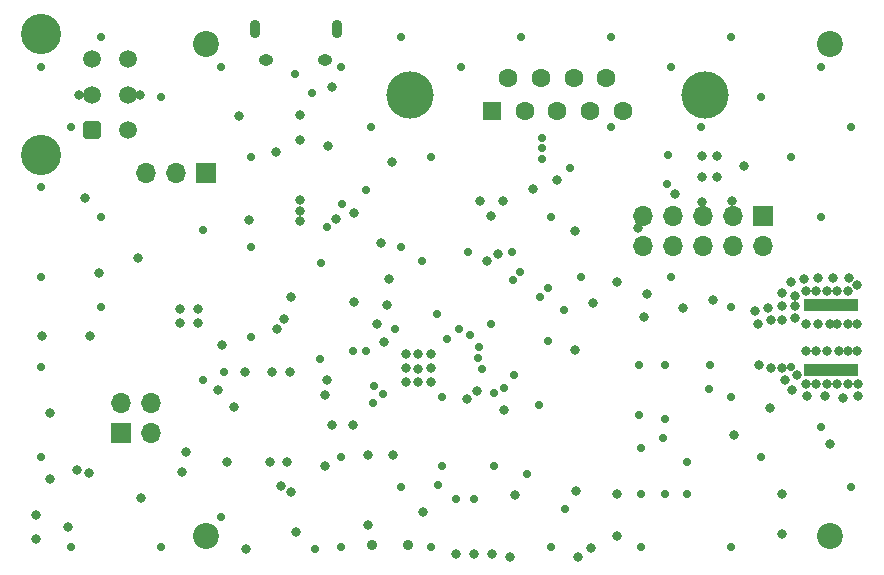
<source format=gbr>
%TF.GenerationSoftware,KiCad,Pcbnew,7.0.6*%
%TF.CreationDate,2023-10-09T12:22:11-06:00*%
%TF.ProjectId,CAN-USB RF Module,43414e2d-5553-4422-9052-46204d6f6475,2.0*%
%TF.SameCoordinates,Original*%
%TF.FileFunction,Soldermask,Bot*%
%TF.FilePolarity,Negative*%
%FSLAX46Y46*%
G04 Gerber Fmt 4.6, Leading zero omitted, Abs format (unit mm)*
G04 Created by KiCad (PCBNEW 7.0.6) date 2023-10-09 12:22:11*
%MOMM*%
%LPD*%
G01*
G04 APERTURE LIST*
G04 Aperture macros list*
%AMRoundRect*
0 Rectangle with rounded corners*
0 $1 Rounding radius*
0 $2 $3 $4 $5 $6 $7 $8 $9 X,Y pos of 4 corners*
0 Add a 4 corners polygon primitive as box body*
4,1,4,$2,$3,$4,$5,$6,$7,$8,$9,$2,$3,0*
0 Add four circle primitives for the rounded corners*
1,1,$1+$1,$2,$3*
1,1,$1+$1,$4,$5*
1,1,$1+$1,$6,$7*
1,1,$1+$1,$8,$9*
0 Add four rect primitives between the rounded corners*
20,1,$1+$1,$2,$3,$4,$5,0*
20,1,$1+$1,$4,$5,$6,$7,0*
20,1,$1+$1,$6,$7,$8,$9,0*
20,1,$1+$1,$8,$9,$2,$3,0*%
G04 Aperture macros list end*
%ADD10C,2.200000*%
%ADD11R,1.700000X1.700000*%
%ADD12O,1.700000X1.700000*%
%ADD13C,1.600000*%
%ADD14R,1.600000X1.600000*%
%ADD15C,4.000000*%
%ADD16O,0.890000X1.550000*%
%ADD17O,1.250000X0.950000*%
%ADD18C,0.900000*%
%ADD19R,4.560000X1.000000*%
%ADD20RoundRect,0.250001X0.499999X-0.499999X0.499999X0.499999X-0.499999X0.499999X-0.499999X-0.499999X0*%
%ADD21C,1.500000*%
%ADD22C,3.410000*%
%ADD23C,0.800000*%
%ADD24C,0.700000*%
G04 APERTURE END LIST*
D10*
%TO.C,H4*%
X114554000Y-115570000D03*
%TD*%
%TO.C,H2*%
X167386000Y-115570000D03*
%TD*%
%TO.C,H3*%
X114554000Y-73914000D03*
%TD*%
D11*
%TO.C,J3*%
X107391200Y-106857800D03*
D12*
X107391200Y-104317800D03*
X109931200Y-106857800D03*
X109931200Y-104317800D03*
%TD*%
D13*
%TO.C,J6*%
X148481000Y-76812000D03*
X145711000Y-76812000D03*
X142941000Y-76812000D03*
X140171000Y-76812000D03*
X149866000Y-79652000D03*
X147096000Y-79652000D03*
X144326000Y-79652000D03*
X141556000Y-79652000D03*
D14*
X138786000Y-79652000D03*
D15*
X131826000Y-78232000D03*
X156826000Y-78232000D03*
%TD*%
D16*
%TO.C,J4*%
X125690000Y-72644000D03*
D17*
X124690000Y-75344000D03*
X119690000Y-75344000D03*
D16*
X118690000Y-72644000D03*
%TD*%
D18*
%TO.C,SW2*%
X128675000Y-116408000D03*
X131675000Y-116408000D03*
%TD*%
D19*
%TO.C,J5*%
X167499500Y-101573250D03*
X167499500Y-96033250D03*
%TD*%
D20*
%TO.C,J2*%
X104947000Y-81232000D03*
D21*
X104947000Y-78232000D03*
X104947000Y-75232000D03*
X107947000Y-81232000D03*
X107947000Y-78232000D03*
X107947000Y-75232000D03*
D22*
X100627000Y-83382000D03*
X100627000Y-73082000D03*
%TD*%
D11*
%TO.C,J1*%
X161766000Y-88487500D03*
D12*
X161766000Y-91027500D03*
X159226000Y-88487500D03*
X159226000Y-91027500D03*
X156686000Y-88487500D03*
X156686000Y-91027500D03*
X154146000Y-88487500D03*
X154146000Y-91027500D03*
X151606000Y-88487500D03*
X151606000Y-91027500D03*
%TD*%
D11*
%TO.C,JP1*%
X114539000Y-84836000D03*
D12*
X111999000Y-84836000D03*
X109459000Y-84836000D03*
%TD*%
D10*
%TO.C,H1*%
X167386000Y-73914000D03*
%TD*%
D23*
X169672000Y-94361000D03*
X169037000Y-93726000D03*
X167640000Y-93726000D03*
X166370000Y-93726000D03*
X165227000Y-93853000D03*
X164084000Y-94107000D03*
X163322000Y-94996000D03*
X163322000Y-96139000D03*
X162179000Y-96266000D03*
X161036000Y-96520000D03*
X169799000Y-103759000D03*
X168529000Y-103886000D03*
X167005000Y-103759000D03*
X165481000Y-103759000D03*
X164211000Y-103251000D03*
X163576000Y-102362000D03*
X163322000Y-101346000D03*
X162433000Y-101346000D03*
X163322000Y-97282000D03*
X162433000Y-97282000D03*
X154940000Y-96266000D03*
X151892000Y-95123000D03*
X168910000Y-94869000D03*
X168021000Y-94869000D03*
X167132000Y-94869000D03*
X166243000Y-94869000D03*
X165354000Y-94869000D03*
X164465000Y-95250000D03*
X164465000Y-96139000D03*
X164465000Y-97155000D03*
X164592000Y-101981000D03*
X169799000Y-102743000D03*
X168910000Y-102743000D03*
X168021000Y-102743000D03*
X167132000Y-102743000D03*
X166243000Y-102743000D03*
X165354000Y-102743000D03*
X169672000Y-99949000D03*
X168910000Y-99949000D03*
X168148000Y-99949000D03*
X167132000Y-99949000D03*
X166243000Y-99949000D03*
X165354000Y-99949000D03*
X169672000Y-97663000D03*
X168910000Y-97663000D03*
X168021000Y-97663000D03*
X167386000Y-97663000D03*
X166370000Y-97663000D03*
X165354000Y-97663000D03*
X154305000Y-86614000D03*
D24*
X169162000Y-111416517D03*
X169162000Y-80936517D03*
X166622000Y-106336517D03*
X166622000Y-88556517D03*
X166622000Y-75856517D03*
X164082000Y-101256517D03*
X164082000Y-83476517D03*
X161542000Y-108876517D03*
X161542000Y-78396517D03*
X159002000Y-116496517D03*
X159002000Y-103796517D03*
X159002000Y-96176517D03*
X159002000Y-73316517D03*
X156462000Y-80936517D03*
X153922000Y-93636517D03*
X153922000Y-75856517D03*
X151382000Y-116496517D03*
X148842000Y-80936517D03*
X148842000Y-73316517D03*
X146302000Y-93636517D03*
X143762000Y-116496517D03*
X143762000Y-88556517D03*
X141222000Y-73316517D03*
X136142000Y-75856517D03*
X133602000Y-116496517D03*
X133602000Y-83476517D03*
X131062000Y-111416517D03*
X131062000Y-91096517D03*
X131062000Y-73316517D03*
X128522000Y-80936517D03*
X125982000Y-116496517D03*
X125982000Y-108876517D03*
X125982000Y-75856517D03*
X118362000Y-98716517D03*
X118362000Y-91096517D03*
X118362000Y-83476517D03*
X115822000Y-113956517D03*
X115822000Y-75856517D03*
X110742000Y-116496517D03*
X110742000Y-78396517D03*
X105662000Y-96176517D03*
X105662000Y-88556517D03*
X105662000Y-73316517D03*
X103122000Y-116496517D03*
X103122000Y-80936517D03*
X100582000Y-108876517D03*
X100582000Y-101256517D03*
X100582000Y-93636517D03*
X100582000Y-86016517D03*
X100582000Y-75856517D03*
X136017000Y-98044000D03*
D23*
X139827000Y-104902000D03*
X124841000Y-102362000D03*
X122503000Y-82042000D03*
X108839000Y-92075000D03*
X103632000Y-109982000D03*
X161290000Y-97663000D03*
X147320000Y-95885000D03*
X147193000Y-116586000D03*
X157842877Y-83447000D03*
X101346000Y-110744000D03*
X159099000Y-87217500D03*
X157480000Y-95631000D03*
X124931500Y-82550000D03*
X140335000Y-117348000D03*
X121666000Y-101722500D03*
D24*
X134585899Y-103834135D03*
D23*
X138811000Y-117094000D03*
X100203000Y-115824000D03*
X149352000Y-94107000D03*
X138409500Y-92329000D03*
X120142000Y-101722500D03*
X138684000Y-88519000D03*
X104340000Y-86995000D03*
X100711000Y-98679000D03*
X117856000Y-101727000D03*
X159258000Y-107061000D03*
X146050000Y-117348000D03*
X129032000Y-97663000D03*
X137522548Y-103320500D03*
X122174000Y-115257000D03*
X131476500Y-100175000D03*
X131476500Y-102588000D03*
X130048000Y-93853000D03*
X104648000Y-110236000D03*
X129413000Y-90805000D03*
X162306000Y-104775000D03*
X167386000Y-107823000D03*
X151155500Y-89503500D03*
X144309500Y-85433500D03*
X129921000Y-96012000D03*
X103787500Y-78232000D03*
X127089500Y-88265000D03*
X132520500Y-101445000D03*
X115570000Y-103251000D03*
X125222000Y-77597000D03*
X120486500Y-83104000D03*
X145923000Y-111760000D03*
X137795000Y-87249000D03*
X121793000Y-111887000D03*
X116967443Y-104650295D03*
X113919000Y-96393000D03*
X108966000Y-78232000D03*
X105537000Y-93345000D03*
X131496500Y-101420500D03*
X133635500Y-102588000D03*
X128270000Y-114681000D03*
X135763000Y-117094000D03*
X132492500Y-102588000D03*
X127000000Y-106172000D03*
X112506942Y-110192661D03*
X156559000Y-87344500D03*
X149352000Y-115570000D03*
X120904000Y-111379000D03*
X127127000Y-95758000D03*
X163322000Y-112014000D03*
X122569000Y-88057000D03*
X101346000Y-105156000D03*
X122569000Y-88950800D03*
X130302000Y-83947000D03*
X137287000Y-117094000D03*
X156559000Y-83407500D03*
X156559000Y-85185500D03*
X163322000Y-115443000D03*
D24*
X130556000Y-98044000D03*
D23*
X133635500Y-100175000D03*
X125222000Y-106172000D03*
X124690175Y-109640500D03*
X104775000Y-98679000D03*
X112395000Y-97536000D03*
X145796000Y-89789000D03*
X145796000Y-99822000D03*
X157829000Y-85185500D03*
X139700000Y-87249000D03*
X149352000Y-112014000D03*
X132492500Y-100175000D03*
X122580400Y-87172800D03*
X113919000Y-97536000D03*
X112395000Y-96393000D03*
X133655500Y-101420500D03*
X100203000Y-113792000D03*
X117983000Y-116731298D03*
X161417000Y-101092000D03*
D24*
X143002000Y-81893994D03*
X132842000Y-92329000D03*
X124214500Y-100584000D03*
X124293500Y-92456000D03*
X153670000Y-83389998D03*
X123825000Y-116713000D03*
X153638000Y-85820500D03*
D23*
X142240000Y-86233000D03*
X109093000Y-112395000D03*
X132969000Y-113538000D03*
X120618000Y-98076000D03*
X160115000Y-84296500D03*
X125603000Y-88773000D03*
X121793000Y-95377000D03*
X130429000Y-108712000D03*
X128270000Y-108712000D03*
X129650616Y-99170616D03*
X124690175Y-103632000D03*
X140716000Y-112141000D03*
X151638000Y-97028000D03*
X136653583Y-104013000D03*
X121412000Y-109347000D03*
X118187094Y-88821868D03*
X139336852Y-91698852D03*
X116332000Y-109347000D03*
X120015000Y-109347000D03*
X121194017Y-97211729D03*
X112903000Y-108458000D03*
D24*
X141192965Y-93225918D03*
X141732000Y-110363000D03*
X128143000Y-86308000D03*
X127039000Y-99949000D03*
X129558500Y-103544500D03*
X126064219Y-87470954D03*
X124841000Y-89408000D03*
X128690500Y-104330498D03*
X155321000Y-109347000D03*
X155321000Y-112014000D03*
X151384000Y-112014000D03*
X151384000Y-108164500D03*
X153416000Y-112014000D03*
X153289000Y-107315000D03*
X153416000Y-101092000D03*
X153416000Y-105664000D03*
X151257000Y-105322500D03*
X151257000Y-101092000D03*
X137668000Y-99568000D03*
X140500700Y-91559602D03*
X136906000Y-98627500D03*
X136779000Y-91567000D03*
X142835500Y-95377000D03*
X142792465Y-104473500D03*
X143510000Y-94615000D03*
X143510000Y-99060000D03*
X140629000Y-101981000D03*
X140589000Y-93892500D03*
X134112000Y-96774000D03*
X143002000Y-82793497D03*
X143002000Y-83693000D03*
X135019500Y-98933000D03*
X145415000Y-84455000D03*
D23*
X102870000Y-114808000D03*
X122569000Y-79960000D03*
X117409000Y-80010000D03*
D24*
X135763000Y-112505750D03*
X137636109Y-100553780D03*
X137922000Y-101473000D03*
X137287000Y-112477750D03*
X128816444Y-102896444D03*
X134239000Y-111289500D03*
X116078000Y-101727000D03*
X114300000Y-89662000D03*
D23*
X115966502Y-99441000D03*
D24*
X114300000Y-102362000D03*
X157138500Y-103124000D03*
X157226000Y-101092000D03*
X138684000Y-97663000D03*
X139827000Y-103084500D03*
X128142500Y-99921875D03*
X138977500Y-109690500D03*
X138977500Y-103505000D03*
X134569200Y-109690500D03*
X123519000Y-78105000D03*
X122090500Y-76472687D03*
X144961500Y-113284000D03*
X144907000Y-96432500D03*
M02*

</source>
